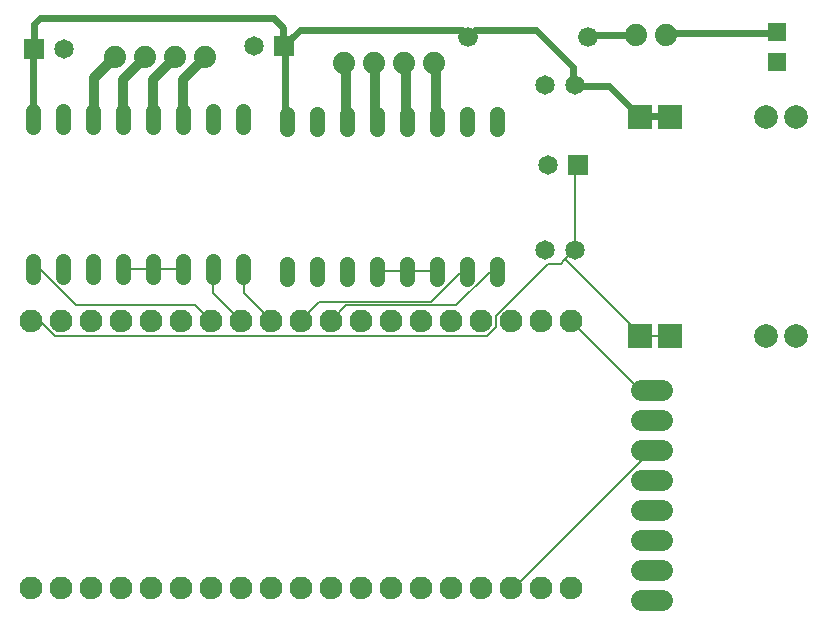
<source format=gtl>
G04 EAGLE Gerber RS-274X export*
G75*
%MOMM*%
%FSLAX34Y34*%
%LPD*%
%INTop Copper*%
%IPPOS*%
%AMOC8*
5,1,8,0,0,1.08239X$1,22.5*%
G01*
%ADD10C,1.879600*%
%ADD11C,1.308000*%
%ADD12C,1.930400*%
%ADD13C,1.778000*%
%ADD14C,1.651000*%
%ADD15R,1.651000X1.651000*%
%ADD16C,1.676400*%
%ADD17C,2.000000*%
%ADD18R,2.000000X2.000000*%
%ADD19R,1.524000X1.524000*%
%ADD20C,0.812800*%
%ADD21C,0.152400*%
%ADD22C,0.609600*%


D10*
X307800Y501900D03*
X333200Y501900D03*
X358600Y501900D03*
X384000Y501900D03*
X113500Y506900D03*
X138900Y506900D03*
X164300Y506900D03*
X189700Y506900D03*
D11*
X258900Y332140D02*
X258900Y319060D01*
X284300Y319060D02*
X284300Y332140D01*
X309700Y332140D02*
X309700Y319060D01*
X335100Y319060D02*
X335100Y332140D01*
X360500Y332140D02*
X360500Y319060D01*
X385900Y319060D02*
X385900Y332140D01*
X411300Y332140D02*
X411300Y319060D01*
X436700Y319060D02*
X436700Y332140D01*
X436700Y446060D02*
X436700Y459140D01*
X411300Y459140D02*
X411300Y446060D01*
X385900Y446060D02*
X385900Y459140D01*
X360500Y459140D02*
X360500Y446060D01*
X335100Y446060D02*
X335100Y459140D01*
X309700Y459140D02*
X309700Y446060D01*
X284300Y446060D02*
X284300Y459140D01*
X258900Y459140D02*
X258900Y446060D01*
X43900Y334340D02*
X43900Y321260D01*
X69300Y321260D02*
X69300Y334340D01*
X94700Y334340D02*
X94700Y321260D01*
X120100Y321260D02*
X120100Y334340D01*
X145500Y334340D02*
X145500Y321260D01*
X170900Y321260D02*
X170900Y334340D01*
X196300Y334340D02*
X196300Y321260D01*
X221700Y321260D02*
X221700Y334340D01*
X221700Y448260D02*
X221700Y461340D01*
X196300Y461340D02*
X196300Y448260D01*
X170900Y448260D02*
X170900Y461340D01*
X145500Y461340D02*
X145500Y448260D01*
X120100Y448260D02*
X120100Y461340D01*
X94700Y461340D02*
X94700Y448260D01*
X69300Y448260D02*
X69300Y461340D01*
X43900Y461340D02*
X43900Y448260D01*
D12*
X499700Y284100D03*
X474300Y284100D03*
X448900Y284100D03*
X423500Y284100D03*
X398100Y284100D03*
X372700Y284100D03*
X347300Y284100D03*
X321900Y284100D03*
X296500Y284100D03*
X271100Y284100D03*
X245700Y284100D03*
X220300Y284100D03*
X194900Y284100D03*
X169500Y284100D03*
X144100Y284100D03*
X118700Y284100D03*
X93300Y284100D03*
X67900Y284100D03*
X42500Y284100D03*
X499700Y57600D03*
X474300Y57600D03*
X448900Y57600D03*
X423500Y57600D03*
X398100Y57600D03*
X372700Y57600D03*
X347300Y57600D03*
X321900Y57600D03*
X296500Y57600D03*
X271100Y57600D03*
X245700Y57600D03*
X220300Y57600D03*
X194900Y57600D03*
X169500Y57600D03*
X144100Y57600D03*
X118700Y57600D03*
X93300Y57600D03*
X67900Y57600D03*
X42500Y57600D03*
D13*
X558810Y149500D02*
X576590Y149500D01*
X576590Y124100D02*
X558810Y124100D01*
X558810Y174900D02*
X576590Y174900D01*
X576590Y200300D02*
X558810Y200300D01*
X558810Y225700D02*
X576590Y225700D01*
X576590Y98700D02*
X558810Y98700D01*
X558810Y73300D02*
X576590Y73300D01*
X576590Y47900D02*
X558810Y47900D01*
D14*
X70000Y514000D03*
D15*
X45000Y514000D03*
D14*
X231300Y517000D03*
D15*
X256300Y517000D03*
D10*
X554700Y526000D03*
X580100Y526000D03*
D16*
X514100Y524500D03*
X412500Y524500D03*
D17*
X690040Y456710D03*
D18*
X557960Y456710D03*
D17*
X690040Y271290D03*
X664640Y456710D03*
X664640Y271290D03*
D18*
X583360Y456710D03*
X557960Y271290D03*
X583360Y271290D03*
D14*
X502700Y344000D03*
X477300Y344000D03*
X480500Y416000D03*
D15*
X505500Y416000D03*
D14*
X502700Y484000D03*
X477300Y484000D03*
D19*
X674000Y503000D03*
X674000Y528400D03*
D20*
X170900Y488100D02*
X170900Y454800D01*
X170900Y488100D02*
X189700Y506900D01*
X145500Y488100D02*
X145500Y454800D01*
X145500Y488100D02*
X164300Y506900D01*
X120100Y488100D02*
X120100Y454800D01*
X120100Y488100D02*
X138900Y506900D01*
D21*
X96012Y455676D02*
X94700Y454800D01*
X112776Y505968D02*
X113500Y506900D01*
D20*
X96012Y489412D02*
X96012Y455676D01*
X96012Y489412D02*
X113500Y506900D01*
D21*
X307848Y501396D02*
X309372Y499872D01*
X309372Y452628D02*
X309700Y452600D01*
X307848Y501396D02*
X307800Y501900D01*
D20*
X309372Y500328D02*
X309372Y452628D01*
X309372Y500328D02*
X307800Y501900D01*
D21*
X333756Y452628D02*
X335100Y452600D01*
X333756Y501396D02*
X333200Y501900D01*
D20*
X333756Y501344D02*
X333756Y452628D01*
X333756Y501344D02*
X333200Y501900D01*
D21*
X384048Y501396D02*
X385572Y499872D01*
X385572Y452628D02*
X385900Y452600D01*
X384048Y501396D02*
X384000Y501900D01*
D20*
X385572Y500328D02*
X385572Y452628D01*
X385572Y500328D02*
X384000Y501900D01*
D21*
X360500Y452600D02*
X359664Y452628D01*
X359664Y501396D02*
X358600Y501900D01*
D20*
X359664Y500836D02*
X359664Y452628D01*
X359664Y500836D02*
X358600Y501900D01*
D21*
X50292Y327660D02*
X44196Y327660D01*
X50292Y327660D02*
X80772Y297180D01*
X181356Y297180D01*
X193548Y284988D01*
X44196Y327660D02*
X43900Y327800D01*
X193548Y284988D02*
X194900Y284100D01*
X429768Y324612D02*
X435864Y324612D01*
X429768Y324612D02*
X402336Y297180D01*
X309372Y297180D01*
X297180Y284988D01*
X435864Y324612D02*
X436700Y325600D01*
X297180Y284988D02*
X296500Y284100D01*
X405384Y324612D02*
X409956Y324612D01*
X405384Y324612D02*
X381000Y300228D01*
X286512Y300228D01*
X271272Y284988D01*
X409956Y324612D02*
X411300Y325600D01*
X271272Y284988D02*
X271100Y284100D01*
X144780Y327660D02*
X120396Y327660D01*
X120100Y327800D01*
X144780Y327660D02*
X145500Y327800D01*
X146304Y327660D02*
X170688Y327660D01*
X146304Y327660D02*
X145500Y327800D01*
X170688Y327660D02*
X170900Y327800D01*
X335280Y326136D02*
X359664Y326136D01*
X335280Y326136D02*
X335100Y325600D01*
X359664Y326136D02*
X360500Y325600D01*
X361188Y326136D02*
X385572Y326136D01*
X361188Y326136D02*
X360500Y325600D01*
X385572Y326136D02*
X385900Y325600D01*
X556260Y227076D02*
X566928Y227076D01*
X556260Y227076D02*
X499872Y283464D01*
X566928Y227076D02*
X567700Y225700D01*
X499872Y283464D02*
X499700Y284100D01*
X222504Y307848D02*
X222504Y327660D01*
X222504Y307848D02*
X245364Y284988D01*
X222504Y327660D02*
X221700Y327800D01*
X245364Y284988D02*
X245700Y284100D01*
X196596Y307848D02*
X196596Y327660D01*
X196596Y307848D02*
X219456Y284988D01*
X196596Y327660D02*
X196300Y327800D01*
X219456Y284988D02*
X220300Y284100D01*
X449580Y56388D02*
X566928Y173736D01*
X567700Y174900D01*
X448900Y57600D02*
X449580Y56388D01*
X502920Y483108D02*
X502700Y484000D01*
X557784Y457200D02*
X557960Y456710D01*
X413004Y524256D02*
X412500Y524500D01*
X501396Y484632D02*
X502700Y484000D01*
X582168Y457200D02*
X583360Y456710D01*
X559308Y457200D02*
X557960Y456710D01*
X44196Y455676D02*
X43900Y454800D01*
X44196Y513588D02*
X45000Y514000D01*
X257556Y452628D02*
X258900Y452600D01*
X257556Y516636D02*
X256300Y517000D01*
X257556Y518160D02*
X263652Y524256D01*
X411480Y524256D02*
X412500Y524500D01*
X257556Y518160D02*
X256300Y517000D01*
D22*
X44196Y513196D02*
X44196Y455676D01*
X44196Y513196D02*
X45000Y514000D01*
X45000Y535000D01*
X50000Y540000D01*
X248000Y540000D01*
X256000Y532000D01*
X256000Y517300D01*
X256300Y517000D01*
X257556Y515744D02*
X257556Y452628D01*
X257556Y515744D02*
X256300Y517000D01*
X263652Y524256D02*
X264256Y524256D01*
X270000Y530000D01*
X407000Y530000D01*
X412500Y524500D01*
X501396Y498604D02*
X501396Y484632D01*
X501396Y498604D02*
X470000Y530000D01*
X418000Y530000D01*
X412500Y524500D01*
X502920Y483108D02*
X531562Y483108D01*
X557960Y456710D01*
X559308Y457200D02*
X582870Y457200D01*
X583360Y456710D01*
D21*
X582168Y271272D02*
X559308Y271272D01*
X557960Y271290D01*
X582168Y271272D02*
X583360Y271290D01*
X502920Y344424D02*
X502920Y413004D01*
X504444Y414528D01*
X502920Y344424D02*
X502700Y344000D01*
X504444Y414528D02*
X505500Y416000D01*
X50292Y283464D02*
X42672Y283464D01*
X50292Y283464D02*
X62484Y271272D01*
X428244Y271272D01*
X435864Y278892D01*
X435864Y288036D01*
X480060Y332232D01*
X490728Y332232D01*
X493776Y335280D02*
X501396Y342900D01*
X493776Y335280D02*
X490728Y332232D01*
X42672Y283464D02*
X42500Y284100D01*
X501396Y342900D02*
X502700Y344000D01*
X495300Y335280D02*
X557784Y272796D01*
X495300Y335280D02*
X493776Y335280D01*
X557784Y272796D02*
X557960Y271290D01*
X673608Y527304D02*
X674000Y528400D01*
X580644Y527304D02*
X580100Y526000D01*
D22*
X580644Y527304D02*
X672904Y527304D01*
X674000Y528400D01*
D21*
X515112Y525780D02*
X514100Y524500D01*
X553212Y525780D02*
X554700Y526000D01*
D22*
X554480Y525780D02*
X515112Y525780D01*
X554480Y525780D02*
X554700Y526000D01*
M02*

</source>
